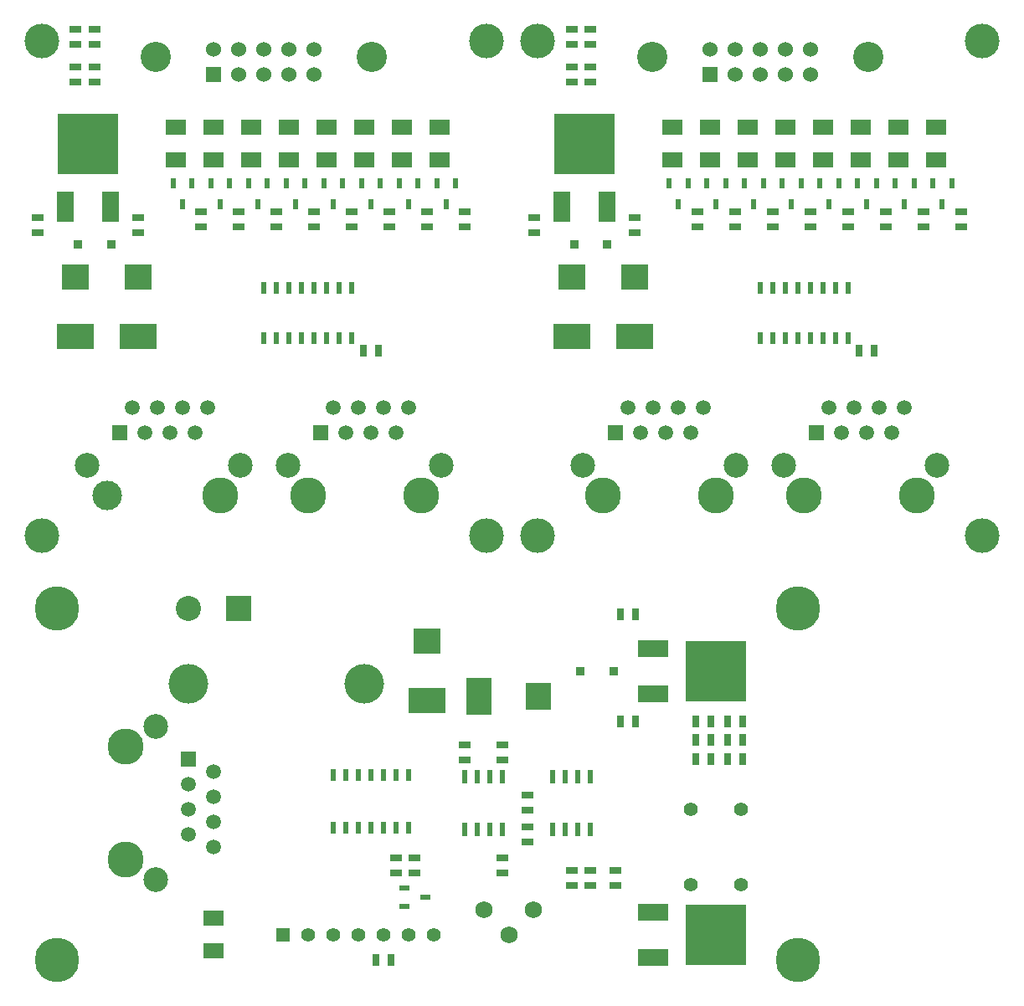
<source format=gts>
G04 (created by PCBNEW (2013-may-18)-stable) date Thu 01 May 2014 10:55:01 PM CEST*
%MOIN*%
G04 Gerber Fmt 3.4, Leading zero omitted, Abs format*
%FSLAX34Y34*%
G01*
G70*
G90*
G04 APERTURE LIST*
%ADD10C,0.00590551*%
%ADD11R,0.045X0.025*%
%ADD12R,0.1063X0.1004*%
%ADD13R,0.1496X0.1004*%
%ADD14R,0.065X0.12*%
%ADD15R,0.24X0.24*%
%ADD16R,0.025X0.045*%
%ADD17R,0.08X0.06*%
%ADD18R,0.02X0.045*%
%ADD19R,0.0335X0.0335*%
%ADD20R,0.0236X0.0394*%
%ADD21C,0.12*%
%ADD22R,0.06X0.06*%
%ADD23C,0.06*%
%ADD24C,0.137795*%
%ADD25C,0.1437*%
%ADD26R,0.0591X0.0591*%
%ADD27C,0.0591*%
%ADD28C,0.0984252*%
%ADD29C,0.11811*%
%ADD30C,0.0689*%
%ADD31C,0.055*%
%ADD32R,0.0394X0.0236*%
%ADD33R,0.0236X0.0551*%
%ADD34C,0.1575*%
%ADD35R,0.12X0.065*%
%ADD36R,0.1004X0.1063*%
%ADD37R,0.1004X0.1496*%
%ADD38R,0.1X0.1*%
%ADD39C,0.1*%
%ADD40R,0.055X0.055*%
%ADD41C,0.177165*%
G04 APERTURE END LIST*
G54D10*
G54D11*
X44000Y-21450D03*
X44000Y-22050D03*
G54D12*
X41500Y-23819D03*
G54D13*
X41500Y-26181D03*
G54D14*
X41100Y-21000D03*
G54D15*
X42000Y-18500D03*
G54D14*
X42900Y-21000D03*
G54D11*
X48000Y-21200D03*
X48000Y-21800D03*
X46500Y-21200D03*
X46500Y-21800D03*
X49500Y-21200D03*
X49500Y-21800D03*
G54D16*
X52950Y-26750D03*
X53550Y-26750D03*
G54D11*
X41500Y-14550D03*
X41500Y-13950D03*
X51000Y-21200D03*
X51000Y-21800D03*
X41500Y-16050D03*
X41500Y-15450D03*
X42250Y-14550D03*
X42250Y-13950D03*
X52500Y-21200D03*
X52500Y-21800D03*
X54000Y-21200D03*
X54000Y-21800D03*
X55500Y-21200D03*
X55500Y-21800D03*
X40000Y-21450D03*
X40000Y-22050D03*
X57000Y-21200D03*
X57000Y-21800D03*
X42250Y-16050D03*
X42250Y-15450D03*
G54D17*
X45500Y-19150D03*
X45500Y-17850D03*
X56000Y-19150D03*
X56000Y-17850D03*
X54500Y-19150D03*
X54500Y-17850D03*
X53000Y-19150D03*
X53000Y-17850D03*
X47000Y-19150D03*
X47000Y-17850D03*
X50000Y-19150D03*
X50000Y-17850D03*
X48500Y-19150D03*
X48500Y-17850D03*
X51500Y-19150D03*
X51500Y-17850D03*
G54D18*
X52500Y-24250D03*
X52000Y-24250D03*
X51500Y-24250D03*
X51000Y-24250D03*
X50500Y-24250D03*
X50000Y-24250D03*
X49500Y-24250D03*
X49000Y-24250D03*
X49000Y-26250D03*
X49500Y-26250D03*
X50000Y-26250D03*
X50500Y-26250D03*
X51000Y-26250D03*
X51500Y-26250D03*
X52000Y-26250D03*
X52500Y-26250D03*
G54D19*
X41591Y-22500D03*
X42909Y-22500D03*
G54D20*
X50625Y-20084D03*
X50250Y-20916D03*
X49875Y-20084D03*
X52125Y-20084D03*
X51750Y-20916D03*
X51375Y-20084D03*
X53625Y-20084D03*
X53250Y-20916D03*
X52875Y-20084D03*
X46125Y-20084D03*
X45750Y-20916D03*
X45375Y-20084D03*
X55125Y-20084D03*
X54750Y-20916D03*
X54375Y-20084D03*
X49125Y-20084D03*
X48750Y-20916D03*
X48375Y-20084D03*
X56625Y-20084D03*
X56250Y-20916D03*
X55875Y-20084D03*
X47625Y-20084D03*
X47250Y-20916D03*
X46875Y-20084D03*
G54D12*
X44000Y-23819D03*
G54D13*
X44000Y-26181D03*
G54D21*
X53300Y-15050D03*
X44700Y-15050D03*
G54D22*
X47000Y-15750D03*
G54D23*
X47000Y-14750D03*
X48000Y-15750D03*
X48000Y-14750D03*
X49000Y-15750D03*
X49000Y-14750D03*
X50000Y-15750D03*
X50000Y-14750D03*
X51000Y-15750D03*
X51000Y-14750D03*
G54D24*
X57850Y-14400D03*
X57850Y-34100D03*
X40150Y-34100D03*
X40150Y-14400D03*
G54D25*
X47250Y-32500D03*
X42750Y-32500D03*
G54D26*
X43250Y-30000D03*
G54D27*
X43750Y-29000D03*
X44250Y-30000D03*
X44750Y-29000D03*
X45250Y-30000D03*
X45750Y-29000D03*
X46250Y-30000D03*
X46750Y-29000D03*
G54D28*
X41950Y-31299D03*
X48050Y-31299D03*
G54D25*
X55250Y-32500D03*
X50750Y-32500D03*
G54D26*
X51250Y-30000D03*
G54D27*
X51750Y-29000D03*
X52250Y-30000D03*
X52750Y-29000D03*
X53250Y-30000D03*
X53750Y-29000D03*
X54250Y-30000D03*
X54750Y-29000D03*
G54D28*
X49950Y-31299D03*
X56050Y-31299D03*
G54D25*
X35500Y-32500D03*
X31000Y-32500D03*
G54D26*
X31500Y-30000D03*
G54D27*
X32000Y-29000D03*
X32500Y-30000D03*
X33000Y-29000D03*
X33500Y-30000D03*
X34000Y-29000D03*
X34500Y-30000D03*
X35000Y-29000D03*
G54D28*
X30200Y-31299D03*
X36300Y-31299D03*
G54D25*
X27500Y-32500D03*
G54D29*
X23000Y-32500D03*
G54D26*
X23500Y-30000D03*
G54D27*
X24000Y-29000D03*
X24500Y-30000D03*
X25000Y-29000D03*
X25500Y-30000D03*
X26000Y-29000D03*
X26500Y-30000D03*
X27000Y-29000D03*
G54D28*
X22200Y-31299D03*
X28300Y-31299D03*
G54D24*
X20400Y-14400D03*
X20400Y-34100D03*
X38100Y-34100D03*
X38100Y-14400D03*
G54D21*
X33550Y-15050D03*
X24950Y-15050D03*
G54D22*
X27250Y-15750D03*
G54D23*
X27250Y-14750D03*
X28250Y-15750D03*
X28250Y-14750D03*
X29250Y-15750D03*
X29250Y-14750D03*
X30250Y-15750D03*
X30250Y-14750D03*
X31250Y-15750D03*
X31250Y-14750D03*
G54D12*
X24250Y-23819D03*
G54D13*
X24250Y-26181D03*
G54D20*
X27875Y-20084D03*
X27500Y-20916D03*
X27125Y-20084D03*
X36875Y-20084D03*
X36500Y-20916D03*
X36125Y-20084D03*
X29375Y-20084D03*
X29000Y-20916D03*
X28625Y-20084D03*
X35375Y-20084D03*
X35000Y-20916D03*
X34625Y-20084D03*
X26375Y-20084D03*
X26000Y-20916D03*
X25625Y-20084D03*
X33875Y-20084D03*
X33500Y-20916D03*
X33125Y-20084D03*
X32375Y-20084D03*
X32000Y-20916D03*
X31625Y-20084D03*
X30875Y-20084D03*
X30500Y-20916D03*
X30125Y-20084D03*
G54D19*
X21841Y-22500D03*
X23159Y-22500D03*
G54D18*
X32750Y-24250D03*
X32250Y-24250D03*
X31750Y-24250D03*
X31250Y-24250D03*
X30750Y-24250D03*
X30250Y-24250D03*
X29750Y-24250D03*
X29250Y-24250D03*
X29250Y-26250D03*
X29750Y-26250D03*
X30250Y-26250D03*
X30750Y-26250D03*
X31250Y-26250D03*
X31750Y-26250D03*
X32250Y-26250D03*
X32750Y-26250D03*
G54D17*
X31750Y-19150D03*
X31750Y-17850D03*
X28750Y-19150D03*
X28750Y-17850D03*
X30250Y-19150D03*
X30250Y-17850D03*
X27250Y-19150D03*
X27250Y-17850D03*
X33250Y-19150D03*
X33250Y-17850D03*
X34750Y-19150D03*
X34750Y-17850D03*
X36250Y-19150D03*
X36250Y-17850D03*
X25750Y-19150D03*
X25750Y-17850D03*
G54D11*
X22500Y-16050D03*
X22500Y-15450D03*
X37250Y-21200D03*
X37250Y-21800D03*
X20250Y-21450D03*
X20250Y-22050D03*
X35750Y-21200D03*
X35750Y-21800D03*
X34250Y-21200D03*
X34250Y-21800D03*
X32750Y-21200D03*
X32750Y-21800D03*
X22500Y-14550D03*
X22500Y-13950D03*
X21750Y-16050D03*
X21750Y-15450D03*
X31250Y-21200D03*
X31250Y-21800D03*
X21750Y-14550D03*
X21750Y-13950D03*
G54D16*
X33200Y-26750D03*
X33800Y-26750D03*
G54D11*
X29750Y-21200D03*
X29750Y-21800D03*
X26750Y-21200D03*
X26750Y-21800D03*
X28250Y-21200D03*
X28250Y-21800D03*
G54D14*
X21350Y-21000D03*
G54D15*
X22250Y-18500D03*
G54D14*
X23150Y-21000D03*
G54D12*
X21750Y-23819D03*
G54D13*
X21750Y-26181D03*
G54D11*
X24250Y-21450D03*
X24250Y-22050D03*
G54D30*
X39984Y-49008D03*
X39000Y-49992D03*
X38016Y-49008D03*
G54D31*
X46250Y-45000D03*
X48250Y-45000D03*
X46250Y-48000D03*
X48250Y-48000D03*
G54D32*
X34834Y-48125D03*
X35666Y-48500D03*
X34834Y-48875D03*
G54D19*
X43159Y-39500D03*
X41841Y-39500D03*
G54D33*
X42250Y-45800D03*
X42250Y-43700D03*
X41750Y-45800D03*
X41250Y-45800D03*
X40750Y-45800D03*
X41750Y-43700D03*
X41250Y-43700D03*
X40750Y-43700D03*
X38750Y-45800D03*
X38750Y-43700D03*
X38250Y-45800D03*
X37750Y-45800D03*
X37250Y-45800D03*
X38250Y-43700D03*
X37750Y-43700D03*
X37250Y-43700D03*
G54D17*
X27250Y-49350D03*
X27250Y-50650D03*
G54D16*
X47700Y-43000D03*
X48300Y-43000D03*
G54D11*
X41500Y-47450D03*
X41500Y-48050D03*
X38750Y-46950D03*
X38750Y-47550D03*
X43250Y-47450D03*
X43250Y-48050D03*
G54D16*
X46450Y-43000D03*
X47050Y-43000D03*
G54D11*
X38750Y-42450D03*
X38750Y-43050D03*
X35250Y-46950D03*
X35250Y-47550D03*
X39750Y-44450D03*
X39750Y-45050D03*
X39750Y-45700D03*
X39750Y-46300D03*
X42250Y-47450D03*
X42250Y-48050D03*
G54D16*
X33700Y-51000D03*
X34300Y-51000D03*
G54D11*
X34500Y-46950D03*
X34500Y-47550D03*
G54D16*
X44050Y-37250D03*
X43450Y-37250D03*
G54D11*
X37250Y-42450D03*
X37250Y-43050D03*
G54D16*
X47700Y-42250D03*
X48300Y-42250D03*
X46450Y-42250D03*
X47050Y-42250D03*
X47700Y-41500D03*
X48300Y-41500D03*
X46450Y-41500D03*
X47050Y-41500D03*
X44050Y-41500D03*
X43450Y-41500D03*
G54D25*
X23750Y-47000D03*
X23750Y-42500D03*
G54D26*
X26250Y-43000D03*
G54D27*
X27250Y-43500D03*
X26250Y-44000D03*
X27250Y-44500D03*
X26250Y-45000D03*
X27250Y-45500D03*
X26250Y-46000D03*
X27250Y-46500D03*
G54D28*
X24950Y-41700D03*
X24950Y-47800D03*
G54D34*
X26250Y-40000D03*
X33250Y-40000D03*
G54D35*
X44750Y-38600D03*
G54D15*
X47250Y-39500D03*
G54D35*
X44750Y-40400D03*
G54D36*
X40181Y-40500D03*
G54D37*
X37819Y-40500D03*
G54D12*
X35750Y-38319D03*
G54D13*
X35750Y-40681D03*
G54D38*
X28250Y-37000D03*
G54D39*
X26250Y-37000D03*
G54D18*
X35000Y-43650D03*
X34500Y-43650D03*
X34000Y-43650D03*
X33500Y-43650D03*
X33000Y-43650D03*
X32500Y-43650D03*
X32000Y-43650D03*
X32000Y-45750D03*
X32500Y-45750D03*
X33000Y-45750D03*
X33500Y-45750D03*
X34000Y-45750D03*
X34500Y-45750D03*
X35000Y-45750D03*
G54D35*
X44750Y-49100D03*
G54D15*
X47250Y-50000D03*
G54D35*
X44750Y-50900D03*
G54D40*
X30000Y-50000D03*
G54D31*
X31000Y-50000D03*
X32000Y-50000D03*
X33000Y-50000D03*
X34000Y-50000D03*
X35000Y-50000D03*
X36000Y-50000D03*
G54D41*
X21000Y-37000D03*
X50500Y-37000D03*
X50500Y-51000D03*
X21000Y-51000D03*
M02*

</source>
